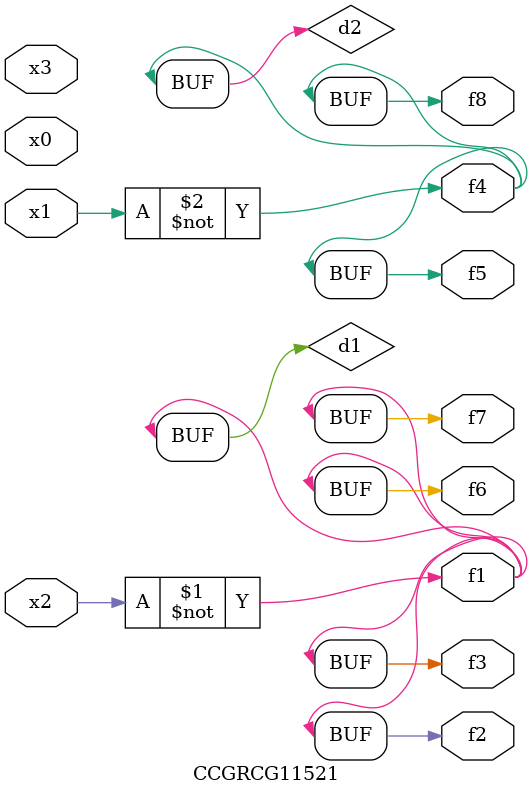
<source format=v>
module CCGRCG11521(
	input x0, x1, x2, x3,
	output f1, f2, f3, f4, f5, f6, f7, f8
);

	wire d1, d2;

	xnor (d1, x2);
	not (d2, x1);
	assign f1 = d1;
	assign f2 = d1;
	assign f3 = d1;
	assign f4 = d2;
	assign f5 = d2;
	assign f6 = d1;
	assign f7 = d1;
	assign f8 = d2;
endmodule

</source>
